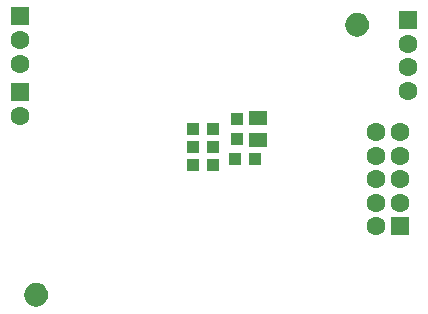
<source format=gbs>
G04*
G04 #@! TF.GenerationSoftware,Altium Limited,Altium Designer,18.1.6 (161)*
G04*
G04 Layer_Color=16711935*
%FSLAX24Y24*%
%MOIN*%
G70*
G01*
G75*
%ADD24R,0.0433X0.0394*%
%ADD26R,0.0394X0.0433*%
%ADD34R,0.0610X0.0492*%
%ADD37C,0.0630*%
%ADD38R,0.0630X0.0630*%
%ADD39R,0.0630X0.0630*%
G36*
X28507Y29272D02*
X28494Y29169D01*
X28454Y29073D01*
X28391Y28991D01*
X28309Y28928D01*
X28213Y28888D01*
X28110Y28875D01*
X28007Y28888D01*
X27912Y28928D01*
X27829Y28991D01*
X27766Y29073D01*
X27727Y29169D01*
X27713Y29272D01*
D01*
X27727Y29374D01*
X27766Y29470D01*
X27829Y29552D01*
X27912Y29616D01*
X28007Y29655D01*
X28110Y29669D01*
X28213Y29655D01*
X28309Y29616D01*
X28391Y29552D01*
X28454Y29470D01*
X28494Y29374D01*
X28507Y29272D01*
D01*
D02*
G37*
G36*
X39206Y38268D02*
X39193Y38165D01*
X39153Y38069D01*
X39090Y37987D01*
X39008Y37924D01*
X38912Y37884D01*
X38809Y37871D01*
X38706Y37884D01*
X38611Y37924D01*
X38528Y37987D01*
X38465Y38069D01*
X38425Y38165D01*
X38412Y38268D01*
D01*
X38425Y38370D01*
X38465Y38466D01*
X38528Y38549D01*
X38611Y38612D01*
X38706Y38651D01*
X38809Y38665D01*
X38912Y38651D01*
X39008Y38612D01*
X39090Y38549D01*
X39153Y38466D01*
X39193Y38370D01*
X39206Y38268D01*
D01*
D02*
G37*
D24*
X33996Y33593D02*
D03*
X33327D02*
D03*
X33996Y34193D02*
D03*
X33327D02*
D03*
X33327Y34793D02*
D03*
X33997D02*
D03*
X35404Y33780D02*
D03*
X34734D02*
D03*
D26*
X34813Y35114D02*
D03*
Y34444D02*
D03*
D34*
X35512Y35148D02*
D03*
Y34439D02*
D03*
D37*
X40511Y36065D02*
D03*
Y36853D02*
D03*
Y37640D02*
D03*
X27559Y35236D02*
D03*
Y36969D02*
D03*
Y37756D02*
D03*
X40236Y32333D02*
D03*
Y33120D02*
D03*
Y33907D02*
D03*
Y34695D02*
D03*
X39449Y31545D02*
D03*
Y32333D02*
D03*
Y33120D02*
D03*
Y33907D02*
D03*
Y34695D02*
D03*
D38*
X40511Y38428D02*
D03*
X27559Y36024D02*
D03*
Y38543D02*
D03*
D39*
X40236Y31545D02*
D03*
M02*

</source>
